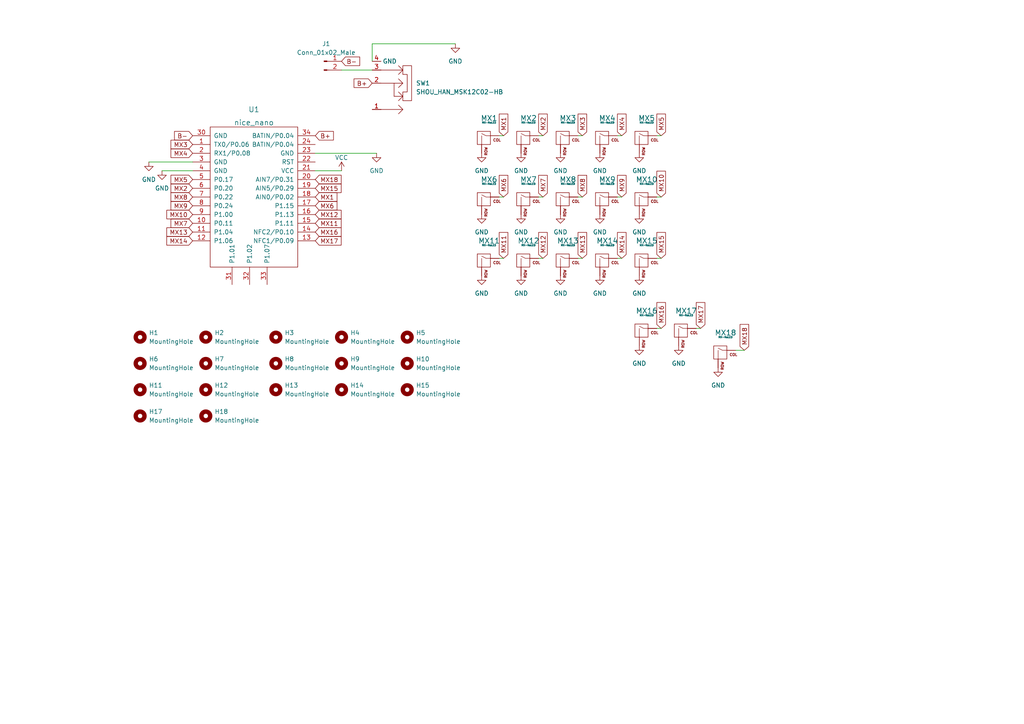
<source format=kicad_sch>
(kicad_sch (version 20211123) (generator eeschema)
  (paper "A4")
  (lib_symbols
    (symbol "Connector:Conn_01x02_Male" (pin_names (offset 1.016) hide)
      (property "Reference" "J" (at 0 2.54 0))
      (property "Value" "Conn_01x02_Male" (at 0 -5.08 0))
      (symbol "Conn_01x02_Male_1_1"
        (polyline (pts (xy 1.27 -2.54) (xy 0.8636 -2.54)) (stroke (width 0.1524)))
        (polyline (pts (xy 1.27 0) (xy 0.8636 0)) (stroke (width 0.1524)))
        (rectangle (start 0.8636 -2.413) (end 0 -2.667) (stroke (width 0.1524)) (fill (type outline)))
        (rectangle (start 0.8636 0.127) (end 0 -0.127) (stroke (width 0.1524)) (fill (type outline)))
        (pin passive line (at 5.08 0 180) (length 3.81) (name "Pin_1") (number "1"))
        (pin passive line (at 5.08 -2.54 180) (length 3.81) (name "Pin_2") (number "2"))
      )
    )
    (symbol "MX_Alps_Hybrid:MX-NoLED" (pin_names (offset 1.016))
      (property "Reference" "MX" (at -0.635 3.81 0))
      (property "Value" "MX-NoLED" (at -0.635 1.27 0))
      (symbol "MX-NoLED_0_0"
        (rectangle (start -2.54 2.54) (end 1.27 -1.27))
        (polyline (pts (xy -1.27 -1.27) (xy -1.27 1.27)) (stroke (width 0.127)))
        (polyline (pts (xy 1.27 1.27) (xy 0 1.27) (xy -1.27 1.905)) (stroke (width 0.127)))
        (text "COL" (at 3.175 0 0) (effects (font (size 0.762 0.762))))
        (text "ROW" (at 0 -1.905 900) (effects (font (size 0.762 0.762)) (justify right)))
      )
      (symbol "MX-NoLED_1_1"
        (pin passive line (at 3.81 1.27 180) (length 2.54) (name "COL") (number "1"))
        (pin passive line (at -1.27 -3.81 90) (length 2.54) (name "ROW") (number "2"))
      )
    )
    (symbol "Mechanical:MountingHole" (pin_names (offset 1.016))
      (property "Reference" "H" (at 0 5.08 0))
      (property "Value" "MountingHole" (at 0 3.175 0))
      (symbol "MountingHole_0_1"
        (circle (center 0 0) (radius 1.27) (stroke (width 1.27)))
      )
    )
    (symbol "nice_nano:nice_nano" (pin_names (offset 1.016))
      (property "Reference" "U" (at 0 0 0))
      (property "Value" "nice_nano" (at 0 2.54 0))
      (symbol "nice_nano_0_1"
        (rectangle (start -12.7 -21.59) (end 12.7 19.05))
      )
      (symbol "nice_nano_1_1"
        (pin input line (at -17.78 13.97 0) (length 5.08) (name "TX0/P0.06") (number "1"))
        (pin input line (at -17.78 -8.89 0) (length 5.08) (name "P0.11") (number "10"))
        (pin input line (at -17.78 -11.43 0) (length 5.08) (name "P1.04") (number "11"))
        (pin input line (at -17.78 -13.97 0) (length 5.08) (name "P1.06") (number "12"))
        (pin input line (at 17.78 -13.97 180) (length 5.08) (name "NFC1/P0.09") (number "13"))
        (pin input line (at 17.78 -11.43 180) (length 5.08) (name "NFC2/P0.10") (number "14"))
        (pin input line (at 17.78 -8.89 180) (length 5.08) (name "P1.11") (number "15"))
        (pin input line (at 17.78 -6.35 180) (length 5.08) (name "P1.13") (number "16"))
        (pin input line (at 17.78 -3.81 180) (length 5.08) (name "P1.15") (number "17"))
        (pin input line (at 17.78 -1.27 180) (length 5.08) (name "AIN0/P0.02") (number "18"))
        (pin input line (at 17.78 1.27 180) (length 5.08) (name "AIN5/P0.29") (number "19"))
        (pin input line (at -17.78 11.43 0) (length 5.08) (name "RX1/P0.08") (number "2"))
        (pin input line (at 17.78 3.81 180) (length 5.08) (name "AIN7/P0.31") (number "20"))
        (pin input line (at 17.78 6.35 180) (length 5.08) (name "VCC") (number "21"))
        (pin input line (at 17.78 8.89 180) (length 5.08) (name "RST") (number "22"))
        (pin input line (at 17.78 11.43 180) (length 5.08) (name "GND") (number "23"))
        (pin input line (at 17.78 13.97 180) (length 5.08) (name "BATIN/P0.04") (number "24"))
        (pin input line (at -17.78 8.89 0) (length 5.08) (name "GND") (number "3"))
        (pin input line (at -17.78 16.51 0) (length 5.08) (name "GND") (number "30"))
        (pin input line (at -6.35 -26.67 90) (length 5.08) (name "P1.01") (number "31"))
        (pin input line (at -1.27 -26.67 90) (length 5.08) (name "P1.02") (number "32"))
        (pin input line (at 3.81 -26.67 90) (length 5.08) (name "P1.07") (number "33"))
        (pin input line (at 17.78 16.51 180) (length 5.08) (name "BATIN/P0.04") (number "34"))
        (pin input line (at -17.78 6.35 0) (length 5.08) (name "GND") (number "4"))
        (pin input line (at -17.78 3.81 0) (length 5.08) (name "P0.17") (number "5"))
        (pin input line (at -17.78 1.27 0) (length 5.08) (name "P0.20") (number "6"))
        (pin input line (at -17.78 -1.27 0) (length 5.08) (name "P0.22") (number "7"))
        (pin input line (at -17.78 -3.81 0) (length 5.08) (name "P0.24") (number "8"))
        (pin input line (at -17.78 -6.35 0) (length 5.08) (name "P1.00") (number "9"))
      )
    )
    (symbol "power:GND" (power) (pin_names (offset 0))
      (property "Value" "GND" (at 0 -3.81 0))
      (symbol "GND_0_1"
        (polyline (pts (xy 0 0) (xy 0 -1.27) (xy 1.27 -1.27) (xy 0 -2.54) (xy -1.27 -1.27) (xy 0 -1.27)))
      )
      (symbol "GND_1_1"
        (pin power_in line (at 0 0 270) (length 0) hide (name "GND") (number "1"))
      )
    )
    (symbol "power:VCC" (power) (pin_names (offset 0))
      (property "Value" "VCC" (at 0 3.81 0))
      (symbol "VCC_0_1"
        (polyline (pts (xy -0.762 1.27) (xy 0 2.54)))
        (polyline (pts (xy 0 0) (xy 0 2.54)))
        (polyline (pts (xy 0 2.54) (xy 0.762 1.27)))
      )
      (symbol "VCC_1_1"
        (pin power_in line (at 0 0 90) (length 0) hide (name "VCC") (number "1"))
      )
    )
    (symbol "randomSymbols:SHOU_HAN_MSK12C02-HB"
      (property "Reference" "SW" (at -13.97 -6.35 0))
      (property "Value" "SHOU_HAN_MSK12C02-HB" (at 0 -6.35 0))
      (symbol "SHOU_HAN_MSK12C02-HB_0_1"
        (polyline (pts (xy -7.62 2.54) (xy -8.89 3.81)))
        (polyline (pts (xy -7.62 2.54) (xy -6.35 3.81)))
        (polyline (pts (xy -7.62 8.89) (xy -7.62 2.54)))
        (polyline (pts (xy -3.81 2.54) (xy -5.08 3.81)))
        (polyline (pts (xy -3.81 2.54) (xy -3.81 5.08)))
        (polyline (pts (xy -3.81 5.08) (xy 0 5.08)))
        (polyline (pts (xy -2.54 3.81) (xy -3.81 2.54)))
        (polyline (pts (xy 0 2.54) (xy -1.27 3.81)))
        (polyline (pts (xy 0 2.54) (xy 1.27 3.81)))
        (polyline (pts (xy 0 8.89) (xy 0 2.54)))
        (polyline (pts (xy 3.81 2.54) (xy 2.54 3.81)))
        (polyline (pts (xy 3.81 2.54) (xy 5.08 3.81)))
        (polyline (pts (xy 3.81 8.89) (xy 3.81 2.54)))
        (polyline (pts (xy 2.54 2.54) (xy 5.08 2.54) (xy 5.08 0) (xy -5.08 0) (xy -5.08 2.54) (xy -2.54 2.54) (xy -2.54 1.27) (xy 2.54 1.27) (xy 2.54 2.54)))
      )
      (symbol "SHOU_HAN_MSK12C02-HB_1_1"
        (pin input line (at -7.62 11.43 270) (length 2.54) (name "") (number "1"))
        (pin input line (at 0 11.43 270) (length 2.54) (name "") (number "2"))
        (pin input line (at 3.81 11.43 270) (length 2.54) (name "") (number "3"))
        (pin output line (at 6.35 11.43 270) (length 2.54) (name "GND") (number "4"))
      )
    )
  )
  (wire (pts (xy 180.34 57.15) (xy 179.07 57.15)))
  (wire (pts (xy 168.91 74.93) (xy 167.64 74.93)))
  (wire (pts (xy 191.77 57.15) (xy 190.5 57.15)))
  (wire (pts (xy 146.05 39.37) (xy 144.78 39.37)))
  (wire (pts (xy 132.08 12.7) (xy 107.95 12.7)))
  (wire (pts (xy 191.77 39.37) (xy 190.5 39.37)))
  (wire (pts (xy 191.77 95.25) (xy 190.5 95.25)))
  (wire (pts (xy 191.77 74.93) (xy 190.5 74.93)))
  (wire (pts (xy 157.48 39.37) (xy 156.21 39.37)))
  (wire (pts (xy 203.2 95.25) (xy 201.93 95.25)))
  (wire (pts (xy 91.44 49.53) (xy 99.06 49.53)))
  (wire (pts (xy 43.18 46.99) (xy 55.88 46.99)))
  (wire (pts (xy 91.44 44.45) (xy 109.22 44.45)))
  (wire (pts (xy 146.05 74.93) (xy 144.78 74.93)))
  (wire (pts (xy 180.34 39.37) (xy 179.07 39.37)))
  (wire (pts (xy 46.99 49.53) (xy 55.88 49.53)))
  (wire (pts (xy 157.48 74.93) (xy 156.21 74.93)))
  (wire (pts (xy 168.91 57.15) (xy 167.64 57.15)))
  (wire (pts (xy 180.34 74.93) (xy 179.07 74.93)))
  (wire (pts (xy 146.05 57.15) (xy 144.78 57.15)))
  (wire (pts (xy 107.95 12.7) (xy 107.95 17.78)))
  (wire (pts (xy 215.9 101.6) (xy 213.36 101.6)))
  (wire (pts (xy 168.91 39.37) (xy 167.64 39.37)))
  (wire (pts (xy 157.48 57.15) (xy 156.21 57.15)))
  (wire (pts (xy 99.06 20.32) (xy 107.95 20.32)))
  (global_label "MX11" (shape input) (at 91.44 64.77 0) (property "Intersheet References" "${INTERSHEET_REFS}" (effects hide)))
  (global_label "MX12" (shape input) (at 91.44 62.23 0) (property "Intersheet References" "${INTERSHEET_REFS}" (effects hide)))
  (global_label "MX16" (shape input) (at 91.44 67.31 0) (property "Intersheet References" "${INTERSHEET_REFS}" (effects hide)))
  (global_label "MX3" (shape input) (at 55.88 41.91 180) (property "Intersheet References" "${INTERSHEET_REFS}" (effects hide)))
  (global_label "B+" (shape input) (at 91.44 39.37 0) (property "Intersheet References" "${INTERSHEET_REFS}" (effects hide)))
  (global_label "MX6" (shape input) (at 91.44 59.69 0) (property "Intersheet References" "${INTERSHEET_REFS}" (effects hide)))
  (global_label "MX4" (shape input) (at 55.88 44.45 180) (property "Intersheet References" "${INTERSHEET_REFS}" (effects hide)))
  (global_label "MX9" (shape input) (at 55.88 59.69 180) (property "Intersheet References" "${INTERSHEET_REFS}" (effects hide)))
  (global_label "MX16" (shape input) (at 191.77 95.25 90) (property "Intersheet References" "${INTERSHEET_REFS}" (effects hide)))
  (global_label "MX4" (shape input) (at 180.34 39.37 90) (property "Intersheet References" "${INTERSHEET_REFS}" (effects hide)))
  (global_label "MX6" (shape input) (at 146.05 57.15 90) (property "Intersheet References" "${INTERSHEET_REFS}" (effects hide)))
  (global_label "MX18" (shape input) (at 215.9 101.6 90) (property "Intersheet References" "${INTERSHEET_REFS}" (effects hide)))
  (global_label "MX11" (shape input) (at 146.05 74.93 90) (property "Intersheet References" "${INTERSHEET_REFS}" (effects hide)))
  (global_label "MX8" (shape input) (at 168.91 57.15 90) (property "Intersheet References" "${INTERSHEET_REFS}" (effects hide)))
  (global_label "B-" (shape input) (at 55.88 39.37 180) (property "Intersheet References" "${INTERSHEET_REFS}" (effects hide)))
  (global_label "MX9" (shape input) (at 180.34 57.15 90) (property "Intersheet References" "${INTERSHEET_REFS}" (effects hide)))
  (global_label "B-" (shape input) (at 99.06 17.78 0) (property "Intersheet References" "${INTERSHEET_REFS}" (effects hide)))
  (global_label "MX8" (shape input) (at 55.88 57.15 180) (property "Intersheet References" "${INTERSHEET_REFS}" (effects hide)))
  (global_label "MX7" (shape input) (at 157.48 57.15 90) (property "Intersheet References" "${INTERSHEET_REFS}" (effects hide)))
  (global_label "MX1" (shape input) (at 91.44 57.15 0) (property "Intersheet References" "${INTERSHEET_REFS}" (effects hide)))
  (global_label "MX10" (shape input) (at 191.77 57.15 90) (property "Intersheet References" "${INTERSHEET_REFS}" (effects hide)))
  (global_label "MX18" (shape input) (at 91.44 52.07 0) (property "Intersheet References" "${INTERSHEET_REFS}" (effects hide)))
  (global_label "MX14" (shape input) (at 180.34 74.93 90) (property "Intersheet References" "${INTERSHEET_REFS}" (effects hide)))
  (global_label "MX14" (shape input) (at 55.88 69.85 180) (property "Intersheet References" "${INTERSHEET_REFS}" (effects hide)))
  (global_label "MX3" (shape input) (at 168.91 39.37 90) (property "Intersheet References" "${INTERSHEET_REFS}" (effects hide)))
  (global_label "MX12" (shape input) (at 157.48 74.93 90) (property "Intersheet References" "${INTERSHEET_REFS}" (effects hide)))
  (global_label "MX13" (shape input) (at 55.88 67.31 180) (property "Intersheet References" "${INTERSHEET_REFS}" (effects hide)))
  (global_label "MX2" (shape input) (at 55.88 54.61 180) (property "Intersheet References" "${INTERSHEET_REFS}" (effects hide)))
  (global_label "MX17" (shape input) (at 203.2 95.25 90) (property "Intersheet References" "${INTERSHEET_REFS}" (effects hide)))
  (global_label "MX2" (shape input) (at 157.48 39.37 90) (property "Intersheet References" "${INTERSHEET_REFS}" (effects hide)))
  (global_label "B+" (shape input) (at 107.95 24.13 180) (property "Intersheet References" "${INTERSHEET_REFS}" (effects hide)))
  (global_label "MX10" (shape input) (at 55.88 62.23 180) (property "Intersheet References" "${INTERSHEET_REFS}" (effects hide)))
  (global_label "MX5" (shape input) (at 55.88 52.07 180) (property "Intersheet References" "${INTERSHEET_REFS}" (effects hide)))
  (global_label "MX7" (shape input) (at 55.88 64.77 180) (property "Intersheet References" "${INTERSHEET_REFS}" (effects hide)))
  (global_label "MX17" (shape input) (at 91.44 69.85 0) (property "Intersheet References" "${INTERSHEET_REFS}" (effects hide)))
  (global_label "MX15" (shape input) (at 91.44 54.61 0) (property "Intersheet References" "${INTERSHEET_REFS}" (effects hide)))
  (global_label "MX15" (shape input) (at 191.77 74.93 90) (property "Intersheet References" "${INTERSHEET_REFS}" (effects hide)))
  (global_label "MX13" (shape input) (at 168.91 74.93 90) (property "Intersheet References" "${INTERSHEET_REFS}" (effects hide)))
  (global_label "MX5" (shape input) (at 191.77 39.37 90) (property "Intersheet References" "${INTERSHEET_REFS}" (effects hide)))
  (global_label "MX1" (shape input) (at 146.05 39.37 90) (property "Intersheet References" "${INTERSHEET_REFS}" (effects hide)))
  (symbol (lib_id "power:VCC") (at 99.06 49.53 0) (unit 1)
    (property "Reference" "#PWR010" (effects hide))
    (property "Value" "VCC" (at 99.06 45.72 0))
  )
  (symbol (lib_id "power:GND") (at 162.56 80.01 0) (unit 1)
    (property "Reference" "#PWR018" (effects hide))
    (property "Value" "GND" (at 162.56 85.09 0))
  )
  (symbol (lib_id "power:GND") (at 185.42 62.23 0) (unit 1)
    (property "Reference" "#PWR015" (effects hide))
    (property "Value" "GND" (at 185.42 67.31 0))
  )
  (symbol (lib_id "MX_Alps_Hybrid:MX-NoLED") (at 175.26 40.64 0) (unit 1)
    (property "Reference" "MX4" (at 176.1456 34.29 0) (effects (font (size 1.524 1.524))))
    (property "Value" "MX-NoLED" (at 176.1456 35.56 0) (effects (font (size 0.508 0.508))))
    (property "Footprint" "hybrid-switches-DoubleSided:Kailh-V1V2-1U-doubleSided-noSilk" (effects hide))
  )
  (symbol (lib_id "power:GND") (at 139.7 80.01 0) (unit 1)
    (property "Reference" "#PWR016" (effects hide))
    (property "Value" "GND" (at 139.7 85.09 0))
  )
  (symbol (lib_id "MX_Alps_Hybrid:MX-NoLED") (at 163.83 40.64 0) (unit 1)
    (property "Reference" "MX3" (at 164.7156 34.29 0) (effects (font (size 1.524 1.524))))
    (property "Value" "MX-NoLED" (at 164.7156 35.56 0) (effects (font (size 0.508 0.508))))
    (property "Footprint" "hybrid-switches-DoubleSided:Kailh-V1V2-1U-doubleSided-noSilk" (effects hide))
  )
  (symbol (lib_id "Mechanical:MountingHole") (at 80.01 113.03 0) (unit 1)
    (property "Reference" "H13" (at 82.55 111.7599 0) (effects (justify left)))
    (property "Value" "MountingHole" (at 82.55 114.2999 0) (effects (justify left)))
    (property "Footprint" "MountingHole:MountingHole_2.2mm_M2_DIN965" (effects hide))
  )
  (symbol (lib_id "MX_Alps_Hybrid:MX-NoLED") (at 198.12 96.52 0) (unit 1)
    (property "Reference" "MX17" (at 199.0056 90.17 0) (effects (font (size 1.524 1.524))))
    (property "Value" "MX-NoLED" (at 199.0056 91.44 0) (effects (font (size 0.508 0.508))))
    (property "Footprint" "hybrid-switches-DoubleSided:Kailh-V1V2-1.5U-doubleSided-noSilk" (effects hide))
  )
  (symbol (lib_id "Mechanical:MountingHole") (at 59.69 105.41 0) (unit 1)
    (property "Reference" "H7" (at 62.23 104.1399 0) (effects (justify left)))
    (property "Value" "MountingHole" (at 62.23 106.6799 0) (effects (justify left)))
    (property "Footprint" "MountingHole:MountingHole_2.2mm_M2_DIN965" (effects hide))
  )
  (symbol (lib_id "power:GND") (at 185.42 100.33 0) (unit 1)
    (property "Reference" "#PWR021" (effects hide))
    (property "Value" "GND" (at 185.42 105.41 0))
  )
  (symbol (lib_id "randomSymbols:SHOU_HAN_MSK12C02-HB") (at 119.38 24.13 90) (unit 1)
    (property "Reference" "SW1" (at 120.65 24.1299 90) (effects (justify right)))
    (property "Value" "SHOU_HAN_MSK12C02-HB" (at 120.65 26.6699 90) (effects (justify right)))
    (property "Footprint" "led:SHOU HAN MSK12C02-HB" (effects hide))
  )
  (symbol (lib_id "power:GND") (at 173.99 44.45 0) (unit 1)
    (property "Reference" "#PWR06" (effects hide))
    (property "Value" "GND" (at 173.99 49.53 0))
  )
  (symbol (lib_id "MX_Alps_Hybrid:MX-NoLED") (at 186.69 40.64 0) (unit 1)
    (property "Reference" "MX5" (at 187.5756 34.29 0) (effects (font (size 1.524 1.524))))
    (property "Value" "MX-NoLED" (at 187.5756 35.56 0) (effects (font (size 0.508 0.508))))
    (property "Footprint" "hybrid-switches-DoubleSided:Kailh-V1V2-1U-doubleSided-noSilk" (effects hide))
  )
  (symbol (lib_id "MX_Alps_Hybrid:MX-NoLED") (at 163.83 76.2 0) (unit 1)
    (property "Reference" "MX13" (at 164.7156 69.85 0) (effects (font (size 1.524 1.524))))
    (property "Value" "MX-NoLED" (at 164.7156 71.12 0) (effects (font (size 0.508 0.508))))
    (property "Footprint" "hybrid-switches-DoubleSided:Kailh-V1V2-1U-doubleSided-noSilk" (effects hide))
  )
  (symbol (lib_id "Mechanical:MountingHole") (at 118.11 105.41 0) (unit 1)
    (property "Reference" "H10" (at 120.65 104.1399 0) (effects (justify left)))
    (property "Value" "MountingHole" (at 120.65 106.6799 0) (effects (justify left)))
    (property "Footprint" "MountingHole:MountingHole_2.2mm_M2_DIN965" (effects hide))
  )
  (symbol (lib_id "Mechanical:MountingHole") (at 59.69 120.65 0) (unit 1)
    (property "Reference" "H18" (at 62.23 119.3799 0) (effects (justify left)))
    (property "Value" "MountingHole" (at 62.23 121.9199 0) (effects (justify left)))
    (property "Footprint" "MountingHole:MountingHole_2.2mm_M2_DIN965" (effects hide))
  )
  (symbol (lib_id "Mechanical:MountingHole") (at 118.11 113.03 0) (unit 1)
    (property "Reference" "H15" (at 120.65 111.7599 0) (effects (justify left)))
    (property "Value" "MountingHole" (at 120.65 114.2999 0) (effects (justify left)))
    (property "Footprint" "MountingHole:MountingHole_2.2mm_M2_DIN965" (effects hide))
  )
  (symbol (lib_id "power:GND") (at 185.42 80.01 0) (unit 1)
    (property "Reference" "#PWR020" (effects hide))
    (property "Value" "GND" (at 185.42 85.09 0))
  )
  (symbol (lib_id "Mechanical:MountingHole") (at 80.01 105.41 0) (unit 1)
    (property "Reference" "H8" (at 82.55 104.1399 0) (effects (justify left)))
    (property "Value" "MountingHole" (at 82.55 106.6799 0) (effects (justify left)))
    (property "Footprint" "MountingHole:MountingHole_2.2mm_M2_DIN965" (effects hide))
  )
  (symbol (lib_id "Mechanical:MountingHole") (at 80.01 97.79 0) (unit 1)
    (property "Reference" "H3" (at 82.55 96.5199 0) (effects (justify left)))
    (property "Value" "MountingHole" (at 82.55 99.0599 0) (effects (justify left)))
    (property "Footprint" "MountingHole:MountingHole_2.2mm_M2_DIN965" (effects hide))
  )
  (symbol (lib_id "power:GND") (at 139.7 44.45 0) (unit 1)
    (property "Reference" "#PWR03" (effects hide))
    (property "Value" "GND" (at 139.7 49.53 0))
  )
  (symbol (lib_id "Mechanical:MountingHole") (at 99.06 113.03 0) (unit 1)
    (property "Reference" "H14" (at 101.6 111.7599 0) (effects (justify left)))
    (property "Value" "MountingHole" (at 101.6 114.2999 0) (effects (justify left)))
    (property "Footprint" "MountingHole:MountingHole_2.2mm_M2_DIN965" (effects hide))
  )
  (symbol (lib_id "Mechanical:MountingHole") (at 40.64 97.79 0) (unit 1)
    (property "Reference" "H1" (at 43.18 96.5199 0) (effects (justify left)))
    (property "Value" "MountingHole" (at 43.18 99.0599 0) (effects (justify left)))
    (property "Footprint" "MountingHole:MountingHole_2.2mm_M2_DIN965" (effects hide))
  )
  (symbol (lib_id "power:GND") (at 173.99 80.01 0) (unit 1)
    (property "Reference" "#PWR019" (effects hide))
    (property "Value" "GND" (at 173.99 85.09 0))
  )
  (symbol (lib_id "Mechanical:MountingHole") (at 40.64 113.03 0) (unit 1)
    (property "Reference" "H11" (at 43.18 111.7599 0) (effects (justify left)))
    (property "Value" "MountingHole" (at 43.18 114.2999 0) (effects (justify left)))
    (property "Footprint" "MountingHole:MountingHole_2.2mm_M2_DIN965" (effects hide))
  )
  (symbol (lib_id "Mechanical:MountingHole") (at 59.69 97.79 0) (unit 1)
    (property "Reference" "H2" (at 62.23 96.5199 0) (effects (justify left)))
    (property "Value" "MountingHole" (at 62.23 99.0599 0) (effects (justify left)))
    (property "Footprint" "MountingHole:MountingHole_2.2mm_M2_DIN965" (effects hide))
  )
  (symbol (lib_id "power:GND") (at 162.56 62.23 0) (unit 1)
    (property "Reference" "#PWR013" (effects hide))
    (property "Value" "GND" (at 162.56 67.31 0))
  )
  (symbol (lib_id "MX_Alps_Hybrid:MX-NoLED") (at 140.97 76.2 0) (unit 1)
    (property "Reference" "MX11" (at 141.8556 69.85 0) (effects (font (size 1.524 1.524))))
    (property "Value" "MX-NoLED" (at 141.8556 71.12 0) (effects (font (size 0.508 0.508))))
    (property "Footprint" "hybrid-switches-DoubleSided:Kailh-V1V2-1U-doubleSided-noSilk" (effects hide))
  )
  (symbol (lib_id "MX_Alps_Hybrid:MX-NoLED") (at 209.55 102.87 0) (unit 1)
    (property "Reference" "MX18" (at 210.4356 96.52 0) (effects (font (size 1.524 1.524))))
    (property "Value" "MX-NoLED" (at 210.4356 97.79 0) (effects (font (size 0.508 0.508))))
    (property "Footprint" "hybrid-switches-DoubleSided:Kailh-V1V2-1.5U-doubleSided-noSilk" (effects hide))
  )
  (symbol (lib_id "Connector:Conn_01x02_Male") (at 93.98 17.78 0) (unit 1)
    (property "Reference" "J1" (at 94.615 12.7 0))
    (property "Value" "Conn_01x02_Male" (at 94.615 15.24 0))
    (property "Footprint" "Connector_JST:JST_EH_S2B-EH_1x02_P2.50mm_Horizontal" (effects hide))
  )
  (symbol (lib_id "power:GND") (at 196.85 100.33 0) (unit 1)
    (property "Reference" "#PWR022" (effects hide))
    (property "Value" "GND" (at 196.85 105.41 0))
  )
  (symbol (lib_id "power:GND") (at 151.13 62.23 0) (unit 1)
    (property "Reference" "#PWR012" (effects hide))
    (property "Value" "GND" (at 151.13 67.31 0))
  )
  (symbol (lib_id "MX_Alps_Hybrid:MX-NoLED") (at 186.69 96.52 0) (unit 1)
    (property "Reference" "MX16" (at 187.5756 90.17 0) (effects (font (size 1.524 1.524))))
    (property "Value" "MX-NoLED" (at 187.5756 91.44 0) (effects (font (size 0.508 0.508))))
    (property "Footprint" "hybrid-switches-DoubleSided:Kailh-V1V2-1U-doubleSided-noSilk" (effects hide))
  )
  (symbol (lib_id "MX_Alps_Hybrid:MX-NoLED") (at 175.26 58.42 0) (unit 1)
    (property "Reference" "MX9" (at 176.1456 52.07 0) (effects (font (size 1.524 1.524))))
    (property "Value" "MX-NoLED" (at 176.1456 53.34 0) (effects (font (size 0.508 0.508))))
    (property "Footprint" "hybrid-switches-DoubleSided:Kailh-V1V2-1U-doubleSided-noSilk" (effects hide))
  )
  (symbol (lib_id "Mechanical:MountingHole") (at 99.06 105.41 0) (unit 1)
    (property "Reference" "H9" (at 101.6 104.1399 0) (effects (justify left)))
    (property "Value" "MountingHole" (at 101.6 106.6799 0) (effects (justify left)))
    (property "Footprint" "MountingHole:MountingHole_2.2mm_M2_DIN965" (effects hide))
  )
  (symbol (lib_id "Mechanical:MountingHole") (at 40.64 105.41 0) (unit 1)
    (property "Reference" "H6" (at 43.18 104.1399 0) (effects (justify left)))
    (property "Value" "MountingHole" (at 43.18 106.6799 0) (effects (justify left)))
    (property "Footprint" "MountingHole:MountingHole_2.2mm_M2_DIN965" (effects hide))
  )
  (symbol (lib_id "Mechanical:MountingHole") (at 99.06 97.79 0) (unit 1)
    (property "Reference" "H4" (at 101.6 96.52 0) (effects (justify left)))
    (property "Value" "MountingHole" (at 101.6 99.0599 0) (effects (justify left)))
    (property "Footprint" "MountingHole:MountingHole_2.2mm_M2_DIN965" (effects hide))
  )
  (symbol (lib_id "Mechanical:MountingHole") (at 40.64 120.65 0) (unit 1)
    (property "Reference" "H17" (at 43.18 119.3799 0) (effects (justify left)))
    (property "Value" "MountingHole" (at 43.18 121.9199 0) (effects (justify left)))
    (property "Footprint" "MountingHole:MountingHole_2.2mm_M2_DIN965" (effects hide))
  )
  (symbol (lib_id "power:GND") (at 208.28 106.68 0) (unit 1)
    (property "Reference" "#PWR0102" (effects hide))
    (property "Value" "GND" (at 208.28 111.76 0))
  )
  (symbol (lib_id "power:GND") (at 132.08 12.7 0) (unit 1)
    (property "Reference" "#PWR0101" (effects hide))
    (property "Value" "GND" (at 132.08 17.78 0))
  )
  (symbol (lib_id "MX_Alps_Hybrid:MX-NoLED") (at 163.83 58.42 0) (unit 1)
    (property "Reference" "MX8" (at 164.7156 52.07 0) (effects (font (size 1.524 1.524))))
    (property "Value" "MX-NoLED" (at 164.7156 53.34 0) (effects (font (size 0.508 0.508))))
    (property "Footprint" "hybrid-switches-DoubleSided:Kailh-V1V2-1U-doubleSided-noSilk" (effects hide))
  )
  (symbol (lib_id "power:GND") (at 173.99 62.23 0) (unit 1)
    (property "Reference" "#PWR014" (effects hide))
    (property "Value" "GND" (at 173.99 67.31 0))
  )
  (symbol (lib_id "power:GND") (at 46.99 49.53 0) (unit 1)
    (property "Reference" "#PWR09" (effects hide))
    (property "Value" "GND" (at 46.99 54.61 0))
  )
  (symbol (lib_id "nice_nano:nice_nano") (at 73.66 55.88 0) (unit 1)
    (property "Reference" "U1" (at 73.66 31.75 0) (effects (font (size 1.524 1.524))))
    (property "Value" "nice_nano" (at 73.66 35.56 0) (effects (font (size 1.524 1.524))))
    (property "Footprint" "nice-nano-all-pins:nice_nano" (effects hide))
  )
  (symbol (lib_id "MX_Alps_Hybrid:MX-NoLED") (at 152.4 58.42 0) (unit 1)
    (property "Reference" "MX7" (at 153.2856 52.07 0) (effects (font (size 1.524 1.524))))
    (property "Value" "MX-NoLED" (at 153.2856 53.34 0) (effects (font (size 0.508 0.508))))
    (property "Footprint" "hybrid-switches-DoubleSided:Kailh-V1V2-1U-doubleSided-noSilk" (effects hide))
  )
  (symbol (lib_id "MX_Alps_Hybrid:MX-NoLED") (at 152.4 40.64 0) (unit 1)
    (property "Reference" "MX2" (at 153.2856 34.29 0) (effects (font (size 1.524 1.524))))
    (property "Value" "MX-NoLED" (at 153.2856 35.56 0) (effects (font (size 0.508 0.508))))
    (property "Footprint" "hybrid-switches-DoubleSided:Kailh-V1V2-1U-doubleSided-noSilk" (effects hide))
  )
  (symbol (lib_id "MX_Alps_Hybrid:MX-NoLED") (at 175.26 76.2 0) (unit 1)
    (property "Reference" "MX14" (at 176.1456 69.85 0) (effects (font (size 1.524 1.524))))
    (property "Value" "MX-NoLED" (at 176.1456 71.12 0) (effects (font (size 0.508 0.508))))
    (property "Footprint" "hybrid-switches-DoubleSided:Kailh-V1V2-1U-doubleSided-noSilk" (effects hide))
  )
  (symbol (lib_id "power:GND") (at 185.42 44.45 0) (unit 1)
    (property "Reference" "#PWR07" (effects hide))
    (property "Value" "GND" (at 185.42 49.53 0))
  )
  (symbol (lib_id "Mechanical:MountingHole") (at 59.69 113.03 0) (unit 1)
    (property "Reference" "H12" (at 62.23 111.7599 0) (effects (justify left)))
    (property "Value" "MountingHole" (at 62.23 114.2999 0) (effects (justify left)))
    (property "Footprint" "MountingHole:MountingHole_2.2mm_M2_DIN965" (effects hide))
  )
  (symbol (lib_id "MX_Alps_Hybrid:MX-NoLED") (at 186.69 58.42 0) (unit 1)
    (property "Reference" "MX10" (at 187.5756 52.07 0) (effects (font (size 1.524 1.524))))
    (property "Value" "MX-NoLED" (at 187.5756 53.34 0) (effects (font (size 0.508 0.508))))
    (property "Footprint" "hybrid-switches-DoubleSided:Kailh-V1V2-1U-doubleSided-noSilk" (effects hide))
  )
  (symbol (lib_id "power:GND") (at 109.22 44.45 0) (unit 1)
    (property "Reference" "#PWR02" (effects hide))
    (property "Value" "GND" (at 109.22 49.53 0))
  )
  (symbol (lib_id "power:GND") (at 43.18 46.99 0) (unit 1)
    (property "Reference" "#PWR08" (effects hide))
    (property "Value" "GND" (at 43.18 52.07 0))
  )
  (symbol (lib_id "MX_Alps_Hybrid:MX-NoLED") (at 140.97 58.42 0) (unit 1)
    (property "Reference" "MX6" (at 141.8556 52.07 0) (effects (font (size 1.524 1.524))))
    (property "Value" "MX-NoLED" (at 141.8556 53.34 0) (effects (font (size 0.508 0.508))))
    (property "Footprint" "hybrid-switches-DoubleSided:Kailh-V1V2-1U-doubleSided-noSilk" (effects hide))
  )
  (symbol (lib_id "MX_Alps_Hybrid:MX-NoLED") (at 186.69 76.2 0) (unit 1)
    (property "Reference" "MX15" (at 187.5756 69.85 0) (effects (font (size 1.524 1.524))))
    (property "Value" "MX-NoLED" (at 187.5756 71.12 0) (effects (font (size 0.508 0.508))))
    (property "Footprint" "hybrid-switches-DoubleSided:Kailh-V1V2-1U-doubleSided-noSilk" (effects hide))
  )
  (symbol (lib_id "MX_Alps_Hybrid:MX-NoLED") (at 152.4 76.2 0) (unit 1)
    (property "Reference" "MX12" (at 153.2856 69.85 0) (effects (font (size 1.524 1.524))))
    (property "Value" "MX-NoLED" (at 153.2856 71.12 0) (effects (font (size 0.508 0.508))))
    (property "Footprint" "hybrid-switches-DoubleSided:Kailh-V1V2-1U-doubleSided-noSilk" (effects hide))
  )
  (symbol (lib_id "power:GND") (at 139.7 62.23 0) (unit 1)
    (property "Reference" "#PWR011" (effects hide))
    (property "Value" "GND" (at 139.7 67.31 0))
  )
  (symbol (lib_id "power:GND") (at 162.56 44.45 0) (unit 1)
    (property "Reference" "#PWR05" (effects hide))
    (property "Value" "GND" (at 162.56 49.53 0))
  )
  (symbol (lib_id "power:GND") (at 151.13 80.01 0) (unit 1)
    (property "Reference" "#PWR017" (effects hide))
    (property "Value" "GND" (at 151.13 85.09 0))
  )
  (symbol (lib_id "Mechanical:MountingHole") (at 118.11 97.79 0) (unit 1)
    (property "Reference" "H5" (at 120.65 96.5199 0) (effects (justify left)))
    (property "Value" "MountingHole" (at 120.65 99.0599 0) (effects (justify left)))
    (property "Footprint" "MountingHole:MountingHole_2.2mm_M2_DIN965" (effects hide))
  )
  (symbol (lib_id "MX_Alps_Hybrid:MX-NoLED") (at 140.97 40.64 0) (unit 1)
    (property "Reference" "MX1" (at 141.8556 34.29 0) (effects (font (size 1.524 1.524))))
    (property "Value" "MX-NoLED" (at 141.8556 35.56 0) (effects (font (size 0.508 0.508))))
    (property "Footprint" "hybrid-switches-DoubleSided:Kailh-V1V2-1U-doubleSided-noSilk" (effects hide))
  )
  (symbol (lib_id "power:GND") (at 151.13 44.45 0) (unit 1)
    (property "Reference" "#PWR04" (effects hide))
    (property "Value" "GND" (at 151.13 49.53 0))
  )
)
</source>
